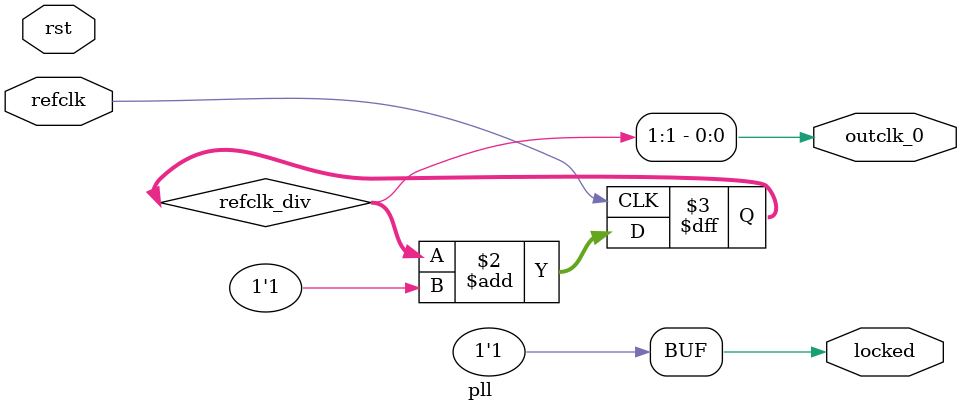
<source format=v>
`timescale 1 ps / 1 ps
module pll (
		input  wire  refclk,
		input  wire  rst,
		output reg   outclk_0,
		output wire  locked
	);

	reg [1:0] refclk_div;

	always @(posedge refclk)
	begin
 		refclk_div = refclk_div + 1'b1;
	end

	assign outclk_0 = refclk_div[1];
	assign locked   = 1'b1;

endmodule

</source>
